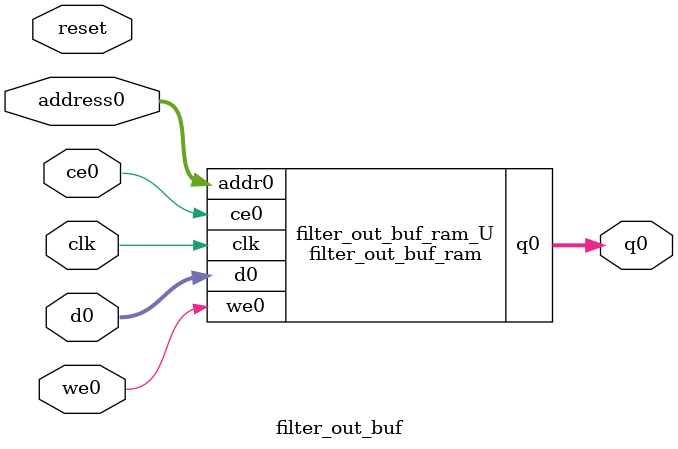
<source format=v>
`timescale 1 ns / 1 ps
module filter_out_buf_ram (addr0, ce0, d0, we0, q0,  clk);

parameter DWIDTH = 64;
parameter AWIDTH = 12;
parameter MEM_SIZE = 4096;

input[AWIDTH-1:0] addr0;
input ce0;
input[DWIDTH-1:0] d0;
input we0;
output reg[DWIDTH-1:0] q0;
input clk;

(* ram_style = "block" *)reg [DWIDTH-1:0] ram[0:MEM_SIZE-1];




always @(posedge clk)  
begin 
    if (ce0) 
    begin
        if (we0) 
        begin 
            ram[addr0] <= d0; 
        end 
        q0 <= ram[addr0];
    end
end


endmodule

`timescale 1 ns / 1 ps
module filter_out_buf(
    reset,
    clk,
    address0,
    ce0,
    we0,
    d0,
    q0);

parameter DataWidth = 32'd64;
parameter AddressRange = 32'd4096;
parameter AddressWidth = 32'd12;
input reset;
input clk;
input[AddressWidth - 1:0] address0;
input ce0;
input we0;
input[DataWidth - 1:0] d0;
output[DataWidth - 1:0] q0;



filter_out_buf_ram filter_out_buf_ram_U(
    .clk( clk ),
    .addr0( address0 ),
    .ce0( ce0 ),
    .we0( we0 ),
    .d0( d0 ),
    .q0( q0 ));

endmodule


</source>
